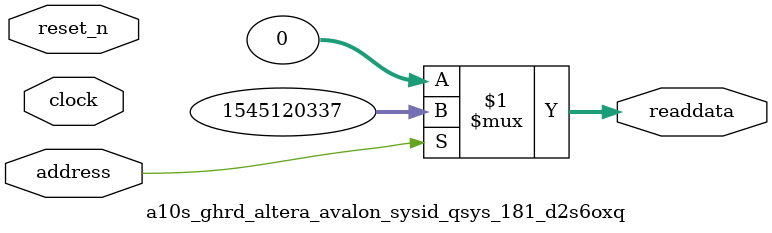
<source format=v>



// synthesis translate_off
`timescale 1ns / 1ps
// synthesis translate_on

// turn off superfluous verilog processor warnings 
// altera message_level Level1 
// altera message_off 10034 10035 10036 10037 10230 10240 10030 

module a10s_ghrd_altera_avalon_sysid_qsys_181_d2s6oxq (
               // inputs:
                address,
                clock,
                reset_n,

               // outputs:
                readdata
             )
;

  output  [ 31: 0] readdata;
  input            address;
  input            clock;
  input            reset_n;

  wire    [ 31: 0] readdata;
  //control_slave, which is an e_avalon_slave
  assign readdata = address ? 1545120337 : 0;

endmodule



</source>
